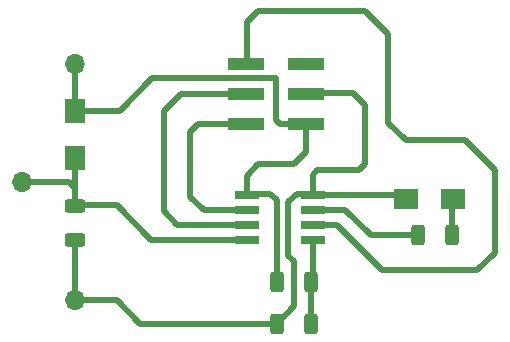
<source format=gbr>
%TF.GenerationSoftware,KiCad,Pcbnew,(7.0.0)*%
%TF.CreationDate,2023-04-17T13:43:05+02:00*%
%TF.ProjectId,INPUT_WEEK,494e5055-545f-4574-9545-4b2e6b696361,rev?*%
%TF.SameCoordinates,Original*%
%TF.FileFunction,Copper,L1,Top*%
%TF.FilePolarity,Positive*%
%FSLAX46Y46*%
G04 Gerber Fmt 4.6, Leading zero omitted, Abs format (unit mm)*
G04 Created by KiCad (PCBNEW (7.0.0)) date 2023-04-17 13:43:05*
%MOMM*%
%LPD*%
G01*
G04 APERTURE LIST*
G04 Aperture macros list*
%AMRoundRect*
0 Rectangle with rounded corners*
0 $1 Rounding radius*
0 $2 $3 $4 $5 $6 $7 $8 $9 X,Y pos of 4 corners*
0 Add a 4 corners polygon primitive as box body*
4,1,4,$2,$3,$4,$5,$6,$7,$8,$9,$2,$3,0*
0 Add four circle primitives for the rounded corners*
1,1,$1+$1,$2,$3*
1,1,$1+$1,$4,$5*
1,1,$1+$1,$6,$7*
1,1,$1+$1,$8,$9*
0 Add four rect primitives between the rounded corners*
20,1,$1+$1,$2,$3,$4,$5,0*
20,1,$1+$1,$4,$5,$6,$7,0*
20,1,$1+$1,$6,$7,$8,$9,0*
20,1,$1+$1,$8,$9,$2,$3,0*%
G04 Aperture macros list end*
%TA.AperFunction,SMDPad,CuDef*%
%ADD10RoundRect,0.250000X-0.312500X-0.625000X0.312500X-0.625000X0.312500X0.625000X-0.312500X0.625000X0*%
%TD*%
%TA.AperFunction,SMDPad,CuDef*%
%ADD11R,1.700000X2.000000*%
%TD*%
%TA.AperFunction,SMDPad,CuDef*%
%ADD12RoundRect,0.250000X-0.625000X0.312500X-0.625000X-0.312500X0.625000X-0.312500X0.625000X0.312500X0*%
%TD*%
%TA.AperFunction,ComponentPad*%
%ADD13O,1.700000X1.700000*%
%TD*%
%TA.AperFunction,SMDPad,CuDef*%
%ADD14R,3.150000X1.000000*%
%TD*%
%TA.AperFunction,SMDPad,CuDef*%
%ADD15R,2.000000X0.800000*%
%TD*%
%TA.AperFunction,SMDPad,CuDef*%
%ADD16RoundRect,0.250000X0.312500X0.625000X-0.312500X0.625000X-0.312500X-0.625000X0.312500X-0.625000X0*%
%TD*%
%TA.AperFunction,SMDPad,CuDef*%
%ADD17R,2.000000X1.700000*%
%TD*%
%TA.AperFunction,Conductor*%
%ADD18C,0.500000*%
%TD*%
G04 APERTURE END LIST*
D10*
%TO.P,R3,2*%
%TO.N,PA2*%
X143287500Y-79220000D03*
%TO.P,R3,1*%
%TO.N,/5V*%
X140362500Y-79220000D03*
%TD*%
D11*
%TO.P,TH1,2*%
%TO.N,Thermistor*%
X123324999Y-68719999D03*
%TO.P,TH1,1*%
%TO.N,/5V*%
X123324999Y-64719999D03*
%TD*%
D12*
%TO.P,R1,2*%
%TO.N,/GND*%
X123325000Y-75682500D03*
%TO.P,R1,1*%
%TO.N,Thermistor*%
X123325000Y-72757500D03*
%TD*%
D13*
%TO.P,J1,1,Pin_1*%
%TO.N,/5V*%
X123324999Y-60719999D03*
%TD*%
D14*
%TO.P,U1,1,UPDI*%
%TO.N,/UPDI*%
X137799999Y-60719999D03*
%TO.P,U1,2*%
%TO.N,unconnected-(U1-Pad2)*%
X142849999Y-60719999D03*
%TO.P,U1,3,RX*%
%TO.N,/RX*%
X137799999Y-63259999D03*
%TO.P,U1,4,GND*%
%TO.N,/GND*%
X142849999Y-63259999D03*
%TO.P,U1,5,TX*%
%TO.N,TX*%
X137799999Y-65799999D03*
%TO.P,U1,6,5V*%
%TO.N,/5V*%
X142849999Y-65799999D03*
%TD*%
D13*
%TO.P,J3,1,Pin_1*%
%TO.N,Thermistor*%
X118824999Y-70719999D03*
%TD*%
D15*
%TO.P,U2,8,GND*%
%TO.N,/GND*%
X143424999Y-71814999D03*
%TO.P,U2,7,PA3/SCK*%
%TO.N,LED*%
X143424999Y-73084999D03*
%TO.P,U2,6,~{RESET}/UPDI/PA0*%
%TO.N,/UPDI*%
X143424999Y-74354999D03*
%TO.P,U2,5,PA2/SCL*%
%TO.N,PA2*%
X143424999Y-75624999D03*
%TO.P,U2,4,PA1/SDA*%
%TO.N,Thermistor*%
X137824999Y-75624999D03*
%TO.P,U2,3,RXD/PA7*%
%TO.N,/RX*%
X137824999Y-74354999D03*
%TO.P,U2,2,TXD/PA6/DAC*%
%TO.N,TX*%
X137824999Y-73084999D03*
%TO.P,U2,1,VCC*%
%TO.N,/5V*%
X137824999Y-71814999D03*
%TD*%
D16*
%TO.P,R4,2*%
%TO.N,/GND*%
X140362500Y-82720000D03*
%TO.P,R4,1*%
%TO.N,PA2*%
X143287500Y-82720000D03*
%TD*%
D13*
%TO.P,J2,1,Pin_1*%
%TO.N,/GND*%
X123324999Y-80719999D03*
%TD*%
D16*
%TO.P,R2,2*%
%TO.N,LED*%
X152325000Y-75220000D03*
%TO.P,R2,1*%
%TO.N,/R_to_LED*%
X155250000Y-75220000D03*
%TD*%
D17*
%TO.P,D1,2,A*%
%TO.N,/R_to_LED*%
X155324999Y-72219999D03*
%TO.P,D1,1,K*%
%TO.N,/GND*%
X151324999Y-72219999D03*
%TD*%
D18*
%TO.N,Thermistor*%
X123325000Y-71220000D02*
X123325000Y-72757500D01*
X122825000Y-70720000D02*
X123325000Y-71220000D01*
X123325000Y-68720000D02*
X123325000Y-71220000D01*
X137825000Y-75625000D02*
X129730000Y-75625000D01*
X123362500Y-72720000D02*
X123325000Y-72757500D01*
X129730000Y-75625000D02*
X126825000Y-72720000D01*
X126825000Y-72720000D02*
X123362500Y-72720000D01*
X118825000Y-70720000D02*
X122825000Y-70720000D01*
%TO.N,LED*%
X143425000Y-73085000D02*
X146190000Y-73085000D01*
X146190000Y-73085000D02*
X148325000Y-75220000D01*
X148325000Y-75220000D02*
X152325000Y-75220000D01*
%TO.N,PA2*%
X143425000Y-79082500D02*
X143425000Y-75625000D01*
X143287500Y-82720000D02*
X143287500Y-79220000D01*
X143287500Y-79220000D02*
X143425000Y-79082500D01*
%TO.N,TX*%
X134190000Y-73085000D02*
X137825000Y-73085000D01*
X133075000Y-71970000D02*
X134190000Y-73085000D01*
X133075000Y-66470000D02*
X133075000Y-71970000D01*
X133745000Y-65800000D02*
X133075000Y-66470000D01*
X137800000Y-65800000D02*
X133745000Y-65800000D01*
%TO.N,/UPDI*%
X149825000Y-58220000D02*
X147825000Y-56220000D01*
X149825000Y-65720000D02*
X149825000Y-58220000D01*
X151325000Y-67220000D02*
X149825000Y-65720000D01*
X147825000Y-56220000D02*
X138825000Y-56220000D01*
X158825000Y-69720000D02*
X156325000Y-67220000D01*
X145460000Y-74355000D02*
X149325000Y-78220000D01*
X143425000Y-74355000D02*
X145460000Y-74355000D01*
X149325000Y-78220000D02*
X157325000Y-78220000D01*
X137825000Y-57220000D02*
X137825000Y-60695000D01*
X157325000Y-78220000D02*
X158825000Y-76720000D01*
X156325000Y-67220000D02*
X151325000Y-67220000D01*
X138825000Y-56220000D02*
X137825000Y-57220000D01*
X137825000Y-60695000D02*
X137800000Y-60720000D01*
X158825000Y-76720000D02*
X158825000Y-69720000D01*
%TO.N,/RX*%
X130825000Y-73220000D02*
X130825000Y-64720000D01*
X131960000Y-74355000D02*
X130825000Y-73220000D01*
X137825000Y-74355000D02*
X131960000Y-74355000D01*
X132285000Y-63260000D02*
X137800000Y-63260000D01*
X130825000Y-64720000D02*
X132285000Y-63260000D01*
%TO.N,/R_to_LED*%
X155250000Y-72295000D02*
X155325000Y-72220000D01*
X155250000Y-75220000D02*
X155250000Y-72295000D01*
%TO.N,/GND*%
X147825000Y-64220000D02*
X146825000Y-63220000D01*
X141825000Y-81257500D02*
X141825000Y-77470000D01*
X126825000Y-80720000D02*
X123325000Y-80720000D01*
X140362500Y-82720000D02*
X141825000Y-81257500D01*
X141325000Y-72470000D02*
X142075000Y-71720000D01*
X123325000Y-80720000D02*
X123325000Y-75682500D01*
X141825000Y-77470000D02*
X141325000Y-76970000D01*
X146825000Y-63220000D02*
X142890000Y-63220000D01*
X142075000Y-71720000D02*
X143330000Y-71720000D01*
X150920000Y-71815000D02*
X151325000Y-72220000D01*
X143330000Y-71720000D02*
X143425000Y-71815000D01*
X143425000Y-70120000D02*
X143825000Y-69720000D01*
X147325000Y-69720000D02*
X147825000Y-69220000D01*
X143425000Y-71815000D02*
X150920000Y-71815000D01*
X147825000Y-69220000D02*
X147825000Y-64220000D01*
X128825000Y-82720000D02*
X126825000Y-80720000D01*
X141325000Y-76970000D02*
X141325000Y-72470000D01*
X140362500Y-82720000D02*
X128825000Y-82720000D01*
X143425000Y-71815000D02*
X143425000Y-70120000D01*
X143825000Y-69720000D02*
X147325000Y-69720000D01*
X142890000Y-63220000D02*
X142850000Y-63260000D01*
%TO.N,/5V*%
X123325000Y-60720000D02*
X123325000Y-64720000D01*
X139825000Y-71720000D02*
X137920000Y-71720000D01*
X127075000Y-64720000D02*
X129825000Y-61970000D01*
X129825000Y-61970000D02*
X140325000Y-61970000D01*
X138825000Y-69220000D02*
X137825000Y-70220000D01*
X140325000Y-61970000D02*
X140325000Y-65470000D01*
X137825000Y-70220000D02*
X137825000Y-71815000D01*
X137920000Y-71720000D02*
X137825000Y-71815000D01*
X140655000Y-65800000D02*
X142850000Y-65800000D01*
X142825000Y-68220000D02*
X141825000Y-69220000D01*
X140362500Y-79220000D02*
X140362500Y-72257500D01*
X141825000Y-69220000D02*
X138825000Y-69220000D01*
X140325000Y-65470000D02*
X140655000Y-65800000D01*
X142850000Y-65800000D02*
X142825000Y-65825000D01*
X140362500Y-72257500D02*
X139825000Y-71720000D01*
X123325000Y-64720000D02*
X127075000Y-64720000D01*
X142825000Y-65825000D02*
X142825000Y-68220000D01*
%TD*%
M02*

</source>
